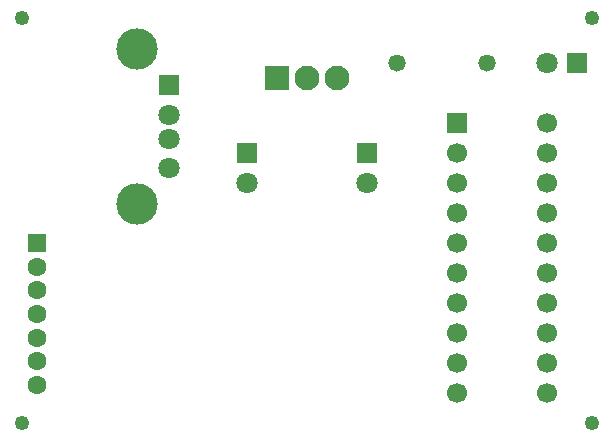
<source format=gts>
G04 DipTrace 3.2.0.1*
G04 TopMask.gts*
%MOIN*%
G04 #@! TF.FileFunction,Soldermask,Top*
G04 #@! TF.Part,Single*
%ADD17R,0.062992X0.062992*%
%ADD20C,0.062992*%
%ADD28C,0.049213*%
%ADD38C,0.066929*%
%ADD40R,0.066929X0.066929*%
%ADD42C,0.082677*%
%ADD43R,0.082677X0.082677*%
%ADD46C,0.137795*%
%ADD48C,0.070866*%
%ADD49C,0.057874*%
%ADD51C,0.057874*%
%ADD53R,0.070866X0.070866*%
%ADD54C,0.070866*%
%FSLAX26Y26*%
G04*
G70*
G90*
G75*
G01*
G04 TopMask*
%LPD*%
D54*
X1243701Y1293701D3*
D53*
Y1393701D3*
D54*
X2243701Y1693701D3*
D53*
X2343701D3*
D51*
X1743701D3*
D49*
X2043701D3*
D53*
X1643701Y1393701D3*
D54*
Y1293701D3*
D53*
X983858Y1619291D3*
D48*
Y1520866D3*
Y1442126D3*
Y1343701D3*
D46*
X877165Y1740157D3*
Y1222835D3*
D17*
X543701Y1093701D3*
D20*
Y1014961D3*
Y936220D3*
Y857480D3*
Y778740D3*
Y700000D3*
Y621260D3*
D28*
X493701Y1843701D3*
Y493701D3*
X2393701D3*
Y1843701D3*
D43*
X1343701Y1643701D3*
D42*
X1443701D3*
X1543701D3*
D40*
X1943701Y1493701D3*
D38*
Y1393701D3*
Y1293701D3*
Y1193701D3*
Y1093699D3*
Y993699D3*
Y893701D3*
Y793699D3*
Y693699D3*
Y593701D3*
X2243701Y1493699D3*
Y1393699D3*
Y1293699D3*
Y1193701D3*
Y1093699D3*
Y993699D3*
Y893701D3*
Y793699D3*
Y693699D3*
Y593701D3*
M02*

</source>
